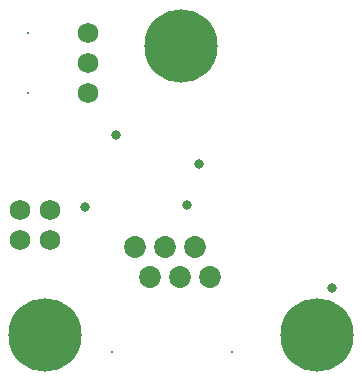
<source format=gbs>
G04*
G04 #@! TF.GenerationSoftware,Altium Limited,Altium Designer,18.0.7 (293)*
G04*
G04 Layer_Color=16711935*
%FSLAX25Y25*%
%MOIN*%
G70*
G01*
G75*
%ADD27C,0.07300*%
%ADD28C,0.00800*%
%ADD29C,0.06800*%
%ADD30C,0.24422*%
%ADD31C,0.03300*%
D27*
X68661Y33071D02*
D03*
X58661D02*
D03*
X48661D02*
D03*
X63661Y43071D02*
D03*
X53661D02*
D03*
X43661D02*
D03*
D28*
X76161Y8071D02*
D03*
X36161D02*
D03*
X8024Y114547D02*
D03*
Y94547D02*
D03*
D29*
X28024D02*
D03*
Y104547D02*
D03*
Y114547D02*
D03*
X5524Y55547D02*
D03*
Y45547D02*
D03*
X15524Y55547D02*
D03*
Y45547D02*
D03*
D30*
X104331Y13780D02*
D03*
X13780D02*
D03*
X59055Y110236D02*
D03*
D31*
X37402Y80709D02*
D03*
X27165Y56693D02*
D03*
X64961Y70866D02*
D03*
X61024Y57087D02*
D03*
X109252Y29528D02*
D03*
M02*

</source>
